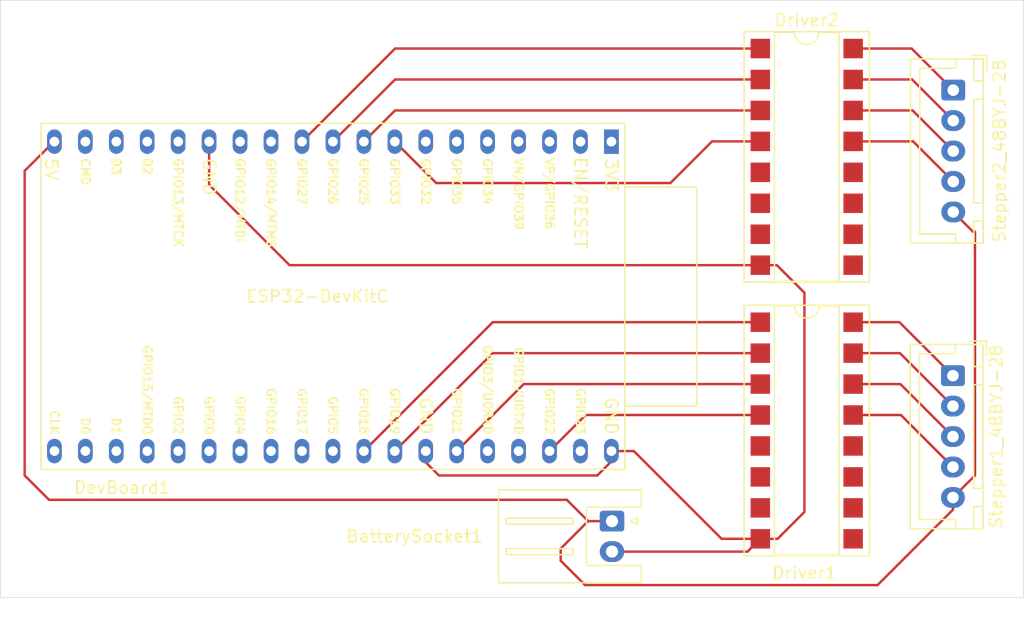
<source format=kicad_pcb>
(kicad_pcb (version 20240108) (generator "pcbnew") (generator_version "8.0")
  (layers (0 "F.Cu" signal) (31 "B.Cu" signal) (34 "B.Paste" user) (35 "F.Paste" user) (36 "B.SilkS" user "B.Silkscreen") (37 "F.SilkS" user "F.Silkscreen") (38 "B.Mask" user) (39 "F.Mask" user) (44 "Edge.Cuts" user))
  (net 0 "")
  (net 1 "GND")
  (net 2 "Net-(BatterySocket1-Pin_1)")
  (net 4 "Net-(DevBoard1-GPIO18)")
  (net 5 "Net-(DevBoard1-GPIO21)")
  (net 19 "Net-(DevBoard1-ADC2_CH7{slash}GPIO27)")
  (net 23 "Net-(DevBoard1-DAC_1{slash}ADC2_CH8{slash}GPIO25)")
  (net 30 "Net-(DevBoard1-DAC_2{slash}ADC2_CH9{slash}GPIO26)")
  (net 31 "Net-(DevBoard1-GPIO19)")
  (net 34 "Net-(Driver1-O2)")
  (net 35 "Net-(Driver1-O1)")
  (net 37 "Net-(Driver1-O3)")
  (net 39 "Net-(Driver1-O4)")
  (net 48 "Net-(Driver2-O2)")
  (net 50 "Net-(Driver2-O4)")
  (net 51 "Net-(Driver2-O1)")
  (net 55 "Net-(Driver2-O3)")
  (net 56 "Net-(DevBoard1-32K_XN{slash}GPIO33{slash}ADC1_CH5)")
  (net 58 "Net-(DevBoard1-GPIO22)")
  (footprint "Package_DIP:DIP-16_W7.62mm_SMDSocket_SmallPads" (layer "F.Cu") (at 156.19 88.85)
    (property "Reference" "Driver2" (at 0 -11.22 360) (layer "F.SilkS"))
    (property "Value" "ULN2003")
    (fp_line (start -5.14 -10.28) (end -5.14 10.28) (stroke (width 0.12)) (layer "F.SilkS"))
    (fp_line (start -5.14 10.28) (end 5.14 10.28) (stroke (width 0.12)) (layer "F.SilkS"))
    (fp_line (start -2.65 -10.22) (end -2.65 10.22) (stroke (width 0.12)) (layer "F.SilkS"))
    (fp_line (start -2.65 10.22) (end 2.65 10.22) (stroke (width 0.12)) (layer "F.SilkS"))
    (fp_line (start -1 -10.22) (end -2.65 -10.22) (stroke (width 0.12)) (layer "F.SilkS"))
    (fp_line (start 2.65 -10.22) (end 1 -10.22) (stroke (width 0.12)) (layer "F.SilkS"))
    (fp_line (start 2.65 10.22) (end 2.65 -10.22) (stroke (width 0.12)) (layer "F.SilkS"))
    (fp_line (start 5.14 -10.28) (end -5.14 -10.28) (stroke (width 0.12)) (layer "F.SilkS"))
    (fp_line (start 5.14 10.28) (end 5.14 -10.28) (stroke (width 0.12)) (layer "F.SilkS"))
    (fp_arc (start 1 -10.22) (mid 0 -9.22) (end -1 -10.22) (stroke (width 0.12)) (layer "F.SilkS"))
    (pad "1" smd rect (at -3.81 -8.89) (size 1.6 1.6) (layers "F.Cu" "F.Paste" "F.Mask") (net 19 "Net-(DevBoard1-ADC2_CH7{slash}GPIO27)"))
    (pad "2" smd rect (at -3.81 -6.35) (size 1.6 1.6) (layers "F.Cu" "F.Paste" "F.Mask") (net 30 "Net-(DevBoard1-DAC_2{slash}ADC2_CH9{slash}GPIO26)"))
    (pad "3" smd rect (at -3.81 -3.81) (size 1.6 1.6) (layers "F.Cu" "F.Paste" "F.Mask") (net 23 "Net-(DevBoard1-DAC_1{slash}ADC2_CH8{slash}GPIO25)"))
    (pad "4" smd rect (at -3.81 -1.27) (size 1.6 1.6) (layers "F.Cu" "F.Paste" "F.Mask") (net 56 "Net-(DevBoard1-32K_XN{slash}GPIO33{slash}ADC1_CH5)"))
    (pad "5" smd rect (at -3.81 1.27) (size 1.6 1.6) (layers "F.Cu" "F.Paste" "F.Mask"))
    (pad "6" smd rect (at -3.81 3.81) (size 1.6 1.6) (layers "F.Cu" "F.Paste" "F.Mask"))
    (pad "7" smd rect (at -3.81 6.35) (size 1.6 1.6) (layers "F.Cu" "F.Paste" "F.Mask"))
    (pad "8" smd rect (at -3.81 8.89) (size 1.6 1.6) (layers "F.Cu" "F.Paste" "F.Mask") (net 1 "GND"))
    (pad "9" smd rect (at 3.81 8.89) (size 1.6 1.6) (layers "F.Cu" "F.Paste" "F.Mask"))
    (pad "10" smd rect (at 3.81 6.35) (size 1.6 1.6) (layers "F.Cu" "F.Paste" "F.Mask"))
    (pad "11" smd rect (at 3.81 3.81) (size 1.6 1.6) (layers "F.Cu" "F.Paste" "F.Mask"))
    (pad "12" smd rect (at 3.81 1.27) (size 1.6 1.6) (layers "F.Cu" "F.Paste" "F.Mask"))
    (pad "13" smd rect (at 3.81 -1.27) (size 1.6 1.6) (layers "F.Cu" "F.Paste" "F.Mask") (net 50 "Net-(Driver2-O4)"))
    (pad "14" smd rect (at 3.81 -3.81) (size 1.6 1.6) (layers "F.Cu" "F.Paste" "F.Mask") (net 55 "Net-(Driver2-O3)"))
    (pad "15" smd rect (at 3.81 -6.35) (size 1.6 1.6) (layers "F.Cu" "F.Paste" "F.Mask") (net 48 "Net-(Driver2-O2)"))
    (pad "16" smd rect (at 3.81 -8.89) (size 1.6 1.6) (layers "F.Cu" "F.Paste" "F.Mask") (net 51 "Net-(Driver2-O1)"))
  )
  (footprint "Package_DIP:DIP-16_W7.62mm_SMDSocket_SmallPads" (layer "F.Cu") (at 156.19 111.31)
    (property "Reference" "Driver1" (at -0.19 11.69 360) (layer "F.SilkS"))
    (property "Value" "ULN2003")
    (fp_line (start -5.14 -10.28) (end -5.14 10.28) (stroke (width 0.12)) (layer "F.SilkS"))
    (fp_line (start -5.14 10.28) (end 5.14 10.28) (stroke (width 0.12)) (layer "F.SilkS"))
    (fp_line (start -2.65 -10.22) (end -2.65 10.22) (stroke (width 0.12)) (layer "F.SilkS"))
    (fp_line (start -2.65 10.22) (end 2.65 10.22) (stroke (width 0.12)) (layer "F.SilkS"))
    (fp_line (start -1 -10.22) (end -2.65 -10.22) (stroke (width 0.12)) (layer "F.SilkS"))
    (fp_line (start 2.65 -10.22) (end 1 -10.22) (stroke (width 0.12)) (layer "F.SilkS"))
    (fp_line (start 2.65 10.22) (end 2.65 -10.22) (stroke (width 0.12)) (layer "F.SilkS"))
    (fp_line (start 5.14 -10.28) (end -5.14 -10.28) (stroke (width 0.12)) (layer "F.SilkS"))
    (fp_line (start 5.14 10.28) (end 5.14 -10.28) (stroke (width 0.12)) (layer "F.SilkS"))
    (fp_arc (start 1 -10.22) (mid 0 -9.22) (end -1 -10.22) (stroke (width 0.12)) (layer "F.SilkS"))
    (pad "1" smd rect (at -3.81 -8.89) (size 1.6 1.6) (layers "F.Cu" "F.Paste" "F.Mask") (net 4 "Net-(DevBoard1-GPIO18)"))
    (pad "2" smd rect (at -3.81 -6.35) (size 1.6 1.6) (layers "F.Cu" "F.Paste" "F.Mask") (net 31 "Net-(DevBoard1-GPIO19)"))
    (pad "3" smd rect (at -3.81 -3.81) (size 1.6 1.6) (layers "F.Cu" "F.Paste" "F.Mask") (net 5 "Net-(DevBoard1-GPIO21)"))
    (pad "4" smd rect (at -3.81 -1.27) (size 1.6 1.6) (layers "F.Cu" "F.Paste" "F.Mask") (net 58 "Net-(DevBoard1-GPIO22)"))
    (pad "5" smd rect (at -3.81 1.27) (size 1.6 1.6) (layers "F.Cu" "F.Paste" "F.Mask"))
    (pad "6" smd rect (at -3.81 3.81) (size 1.6 1.6) (layers "F.Cu" "F.Paste" "F.Mask"))
    (pad "7" smd rect (at -3.81 6.35) (size 1.6 1.6) (layers "F.Cu" "F.Paste" "F.Mask"))
    (pad "8" smd rect (at -3.81 8.89) (size 1.6 1.6) (layers "F.Cu" "F.Paste" "F.Mask") (net 1 "GND"))
    (pad "9" smd rect (at 3.81 8.89) (size 1.6 1.6) (layers "F.Cu" "F.Paste" "F.Mask"))
    (pad "10" smd rect (at 3.81 6.35) (size 1.6 1.6) (layers "F.Cu" "F.Paste" "F.Mask"))
    (pad "11" smd rect (at 3.81 3.81) (size 1.6 1.6) (layers "F.Cu" "F.Paste" "F.Mask"))
    (pad "12" smd rect (at 3.81 1.27) (size 1.6 1.6) (layers "F.Cu" "F.Paste" "F.Mask"))
    (pad "13" smd rect (at 3.81 -1.27) (size 1.6 1.6) (layers "F.Cu" "F.Paste" "F.Mask") (net 39 "Net-(Driver1-O4)"))
    (pad "14" smd rect (at 3.81 -3.81) (size 1.6 1.6) (layers "F.Cu" "F.Paste" "F.Mask") (net 37 "Net-(Driver1-O3)"))
    (pad "15" smd rect (at 3.81 -6.35) (size 1.6 1.6) (layers "F.Cu" "F.Paste" "F.Mask") (net 34 "Net-(Driver1-O2)"))
    (pad "16" smd rect (at 3.81 -8.89) (size 1.6 1.6) (layers "F.Cu" "F.Paste" "F.Mask") (net 35 "Net-(Driver1-O1)"))
  )
  (footprint "Connector_JST:JST_XH_S2B-XH-A_1x02_P2.50mm_Horizontal" (layer "F.Cu") (at 140.20656 118.75 -90)
    (property "Reference" "BatterySocket1" (at 1.25 16.20656 0) (layer "F.SilkS"))
    (property "Value" "Conn_01x02_Socket")
    (fp_line (start -2.56 9.31) (end -2.56 -2.41) (stroke (width 0.12)) (layer "F.SilkS"))
    (fp_line (start 1.25 9.31) (end -2.56 9.31) (stroke (width 0.12)) (layer "F.SilkS"))
    (fp_line (start 1.25 9.31) (end 5.06 9.31) (stroke (width 0.12)) (layer "F.SilkS"))
    (fp_line (start 5.06 9.31) (end 5.06 -2.41) (stroke (width 0.12)) (layer "F.SilkS"))
    (fp_line (start -0.25 8.7) (end 0.25 8.7) (stroke (width 0.12)) (layer "F.SilkS"))
    (fp_line (start 0.25 8.7) (end 0.25 3.2) (stroke (width 0.12)) (layer "F.SilkS"))
    (fp_line (start 2.25 8.7) (end 2.75 8.7) (stroke (width 0.12)) (layer "F.SilkS"))
    (fp_line (start 2.75 8.7) (end 2.75 3.2) (stroke (width 0.12)) (layer "F.SilkS"))
    (fp_line (start -0.25 3.2) (end -0.25 8.7) (stroke (width 0.12)) (layer "F.SilkS"))
    (fp_line (start 0.25 3.2) (end -0.25 3.2) (stroke (width 0.12)) (layer "F.SilkS"))
    (fp_line (start 2.25 3.2) (end 2.25 8.7) (stroke (width 0.12)) (layer "F.SilkS"))
    (fp_line (start 2.75 3.2) (end 2.25 3.2) (stroke (width 0.12)) (layer "F.SilkS"))
    (fp_line (start -1.14 2.09) (end 1.25 2.09) (stroke (width 0.12)) (layer "F.SilkS"))
    (fp_line (start 3.64 2.09) (end 1.25 2.09) (stroke (width 0.12)) (layer "F.SilkS"))
    (fp_line (start 0 -1.5) (end -0.3 -2.1) (stroke (width 0.12)) (layer "F.SilkS"))
    (fp_line (start -0.3 -2.1) (end 0.3 -2.1) (stroke (width 0.12)) (layer "F.SilkS"))
    (fp_line (start 0.3 -2.1) (end 0 -1.5) (stroke (width 0.12)) (layer "F.SilkS"))
    (fp_line (start -2.56 -2.41) (end -1.14 -2.41) (stroke (width 0.12)) (layer "F.SilkS"))
    (fp_line (start -1.14 -2.41) (end -1.14 2.09) (stroke (width 0.12)) (layer "F.SilkS"))
    (fp_line (start 3.64 -2.41) (end 3.64 2.09) (stroke (width 0.12)) (layer "F.SilkS"))
    (fp_line (start 5.06 -2.41) (end 3.64 -2.41) (stroke (width 0.12)) (layer "F.SilkS"))
    (pad "1" thru_hole roundrect (at 0 0 270) (size 1.7 2) (drill 1) (layers "*.Cu" "*.Mask") (roundrect_rratio 0.147059) (net 2 "Net-(BatterySocket1-Pin_1)"))
    (pad "2" thru_hole oval (at 2.5 0 270) (size 1.7 2) (drill 1) (layers "*.Cu" "*.Mask") (net 1 "GND"))
  )
  (footprint "PCM_Espressif:ESP32-DevKitC" (layer "F.Cu") (at 140.16 87.6 -90)
    (property "Reference" "DevBoard1" (at 28.4 40.16 0) (layer "F.SilkS"))
    (property "Value" "ESP32-DevKitC" (at 12.7 24.13 180) (layer "F.SilkS"))
    (fp_line (start -1.5 46.82) (end 26.899999 46.82) (stroke (width 0.12)) (layer "F.SilkS"))
    (fp_line (start 26.899999 46.82) (end 26.9 -1.1) (stroke (width 0.12)) (layer "F.SilkS"))
    (fp_line (start -1.499999 -1.1) (end -1.5 46.82) (stroke (width 0.12)) (layer "F.SilkS"))
    (fp_line (start 26.9 -1.1) (end -1.499999 -1.1) (stroke (width 0.12)) (layer "F.SilkS"))
    (fp_line (start 3.73012 -1.12032) (end 3.73012 -7.01312) (stroke (width 0.12)) (layer "F.SilkS"))
    (fp_line (start 3.73012 -7.01312) (end 21.71332 -7.01312) (stroke (width 0.12)) (layer "F.SilkS"))
    (fp_line (start 21.71332 -7.01312) (end 21.71332 -1.12032) (stroke (width 0.12)) (layer "F.SilkS"))
    (fp_text user "D2" (at 1.27 38.1 -90) (layer "F.SilkS") (effects (font (size 0.7 0.7)) (justify left)))
    (fp_text user "GPIO1/U0TXD" (at 24.13 7.62 -90) (layer "F.SilkS") (effects (font (size 0.7 0.7)) (justify right)))
    (fp_text user "GPIO17" (at 24.13 25.4 -90) (layer "F.SilkS") (effects (font (size 0.7 0.7)) (justify right)))
    (fp_text user "GPIO32" (at 1.27 15.24 -90) (layer "F.SilkS") (effects (font (size 0.7 0.7)) (justify left)))
    (fp_text user "GPIO27" (at 1.27 25.4 -90) (layer "F.SilkS") (effects (font (size 0.7 0.7)) (justify left)))
    (fp_text user "GND" (at 24.13 15.24 -90) (layer "F.SilkS") (effects (justify right)))
    (fp_text user "GPIO18" (at 24.13 20.32 -90) (layer "F.SilkS") (effects (font (size 0.7 0.7)) (justify right)))
    (fp_text user "GPIO5" (at 24.13 22.86 -90) (layer "F.SilkS") (effects (font (size 0.7 0.7)) (justify right)))
    (fp_text user "GPIO0" (at 24.13 33.02 -90) (layer "F.SilkS") (effects (font (size 0.7 0.7)) (justify right)))
    (fp_text user "GPIO23" (at 24.13 2.54 -90) (layer "F.SilkS") (effects (font (size 0.7 0.7)) (justify right)))
    (fp_text user "GPIO2" (at 24.13 35.56 -90) (layer "F.SilkS") (effects (font (size 0.7 0.7)) (justify right)))
    (fp_text user "GPIO25" (at 1.27 20.32 -90) (layer "F.SilkS") (effects (font (size 0.7 0.7)) (justify left)))
    (fp_text user "GPIO14/MTMS" (at 1.27 27.94 -90) (layer "F.SilkS") (effects (font (size 0.7 0.7)) (justify left)))
    (fp_text user "GPIO4" (at 24.13 30.48 -90) (layer "F.SilkS") (effects (font (size 0.7 0.7)) (justify right)))
    (fp_text user "GPIO22" (at 24.13 5.08 -90) (layer "F.SilkS") (effects (font (size 0.7 0.7)) (justify right)))
    (fp_text user "VN/GPIO39" (at 1.27 7.62 -90) (layer "F.SilkS") (effects (font (size 0.7 0.7)) (justify left)))
    (fp_text user "GPIO16" (at 24.13 27.94 -90) (layer "F.SilkS") (effects (font (size 0.7 0.7)) (justify right)))
    (fp_text user "GPIO33" (at 1.27 17.78 -90) (layer "F.SilkS") (effects (font (size 0.7 0.7)) (justify left)))
    (fp_text user "GPIO15/MTDO" (at 24.13 38.1 -90) (layer "F.SilkS") (effects (font (size 0.7 0.7)) (justify right)))
    (fp_text user "GPIO21" (at 24.13 12.7 -90) (layer "F.SilkS") (effects (font (size 0.7 0.7)) (justify right)))
    (fp_text user "GPIO35" (at 1.27 12.7 -90) (layer "F.SilkS") (effects (font (size 0.7 0.7)) (justify left)))
    (fp_text user "GPIO3/U0RXD" (at 24.13 10.16 -90) (layer "F.SilkS") (effects (font (size 0.7 0.7)) (justify right)))
    (fp_text user "D3" (at 1.27 40.64 -90) (layer "F.SilkS") (effects (font (size 0.7 0.7)) (justify left)))
    (fp_text user "VP/GPIO36" (at 1.27 5.08 -90) (layer "F.SilkS") (effects (font (size 0.7 0.7)) (justify left)))
    (fp_text user "5V" (at 1.26632 45.97128 -90) (layer "F.SilkS") (effects (justify left)))
    (fp_text user "D1" (at 24.13 40.64 -90) (layer "F.SilkS") (effects (font (size 0.7 0.7)) (justify right)))
    (fp_text user "GPIO34" (at 1.27 10.16 -90) (layer "F.SilkS") (effects (font (size 0.7 0.7)) (justify left)))
    (fp_text user "GPIO26" (at 1.27 22.86 -90) (layer "F.SilkS") (effects (font (size 0.7 0.7)) (justify left)))
    (fp_text user "CLK" (at 24.13 45.72 -90) (layer "F.SilkS") (effects (font (size 0.7 0.7)) (justify right)))
    (fp_text user "GPIO13/MTCK" (at 1.27 35.56 -90) (layer "F.SilkS") (effects (font (size 0.7 0.7)) (justify left)))
    (fp_text user "3V3" (at 1.27 0 -90) (layer "F.SilkS") (effects (justify left)))
    (fp_text user "D0" (at 24.13 43.18 -90) (layer "F.SilkS") (effects (font (size 0.7 0.7)) (justify right)))
    (fp_text user "GND" (at 1.27 33.02 -90) (layer "F.SilkS") (effects (justify left)))
    (fp_text user "GND" (at 24.13 0 -90) (layer "F.SilkS") (effects (justify right)))
    (fp_text user "GPIO12/MTDI" (at 1.27 30.48 -90) (layer "F.SilkS") (effects (font (size 0.7 0.7)) (justify left)))
    (fp_text user "GPIO19" (at 24.13 17.78 -90) (layer "F.SilkS") (effects (font (size 0.7 0.7)) (justify right)))
    (fp_text user "EN/RESET" (at 8.88632 2.53728 -90) (layer "F.SilkS") (effects (justify right)))
    (fp_text user "CMD" (at 1.27 43.18 -90) (layer "F.SilkS") (effects (font (size 0.7 0.7)) (justify left)))
    (pad "1" thru_hole rect (at 0 0 180) (size 1.2 2) (drill 0.8) (layers "*.Cu" "*.Mask"))
    (pad "2" thru_hole oval (at 0 2.54 180) (size 1.2 2) (drill 0.8) (layers "*.Cu" "*.Mask"))
    (pad "3" thru_hole oval (at 0 5.08 180) (size 1.2 2) (drill 0.8) (layers "*.Cu" "*.Mask"))
    (pad "4" thru_hole oval (at 0 7.62 180) (size 1.2 2) (drill 0.8) (layers "*.Cu" "*.Mask"))
    (pad "5" thru_hole oval (at 0 10.16 180) (size 1.2 2) (drill 0.8) (layers "*.Cu" "*.Mask"))
    (pad "6" thru_hole oval (at 0 12.7 180) (size 1.2 2) (drill 0.8) (layers "*.Cu" "*.Mask"))
    (pad "7" thru_hole oval (at 0 15.24 180) (size 1.2 2) (drill 0.8) (layers "*.Cu" "*.Mask"))
    (pad "8" thru_hole oval (at 0 17.78 180) (size 1.2 2) (drill 0.8) (layers "*.Cu" "*.Mask") (net 56 "Net-(DevBoard1-32K_XN{slash}GPIO33{slash}ADC1_CH5)"))
    (pad "9" thru_hole oval (at 0 20.32 180) (size 1.2 2) (drill 0.8) (layers "*.Cu" "*.Mask") (net 23 "Net-(DevBoard1-DAC_1{slash}ADC2_CH8{slash}GPIO25)"))
    (pad "10" thru_hole oval (at 0 22.86 180) (size 1.2 2) (drill 0.8) (layers "*.Cu" "*.Mask") (net 30 "Net-(DevBoard1-DAC_2{slash}ADC2_CH9{slash}GPIO26)"))
    (pad "11" thru_hole oval (at 0 25.4 180) (size 1.2 2) (drill 0.8) (layers "*.Cu" "*.Mask") (net 19 "Net-(DevBoard1-ADC2_CH7{slash}GPIO27)"))
    (pad "12" thru_hole oval (at 0 27.94 180) (size 1.2 2) (drill 0.8) (layers "*.Cu" "*.Mask"))
    (pad "13" thru_hole oval (at 0 30.48 180) (size 1.2 2) (drill 0.8) (layers "*.Cu" "*.Mask"))
    (pad "14" thru_hole oval (at 0 33.02 180) (size 1.2 2) (drill 0.8) (layers "*.Cu" "*.Mask") (net 1 "GND"))
    (pad "15" thru_hole oval (at 0 35.56 180) (size 1.2 2) (drill 0.8) (layers "*.Cu" "*.Mask"))
    (pad "16" thru_hole oval (at 0 38.1 180) (size 1.2 2) (drill 0.8) (layers "*.Cu" "*.Mask"))
    (pad "17" thru_hole oval (at 0 40.64 180) (size 1.2 2) (drill 0.8) (layers "*.Cu" "*.Mask"))
    (pad "18" thru_hole oval (at 0 43.18 180) (size 1.2 2) (drill 0.8) (layers "*.Cu" "*.Mask"))
    (pad "19" thru_hole oval (at 0 45.72 180) (size 1.2 2) (drill 0.8) (layers "*.Cu" "*.Mask") (net 2 "Net-(BatterySocket1-Pin_1)"))
    (pad "20" thru_hole oval (at 25.39632 45.71728 180) (size 1.2 2) (drill 0.8) (layers "*.Cu" "*.Mask"))
    (pad "21" thru_hole oval (at 25.39632 43.17728 180) (size 1.2 2) (drill 0.8) (layers "*.Cu" "*.Mask"))
    (pad "22" thru_hole oval (at 25.4 40.64 180) (size 1.2 2) (drill 0.8) (layers "*.Cu" "*.Mask"))
    (pad "23" thru_hole oval (at 25.4 38.1 180) (size 1.2 2) (drill 0.8) (layers "*.Cu" "*.Mask"))
    (pad "24" thru_hole oval (at 25.4 35.56 180) (size 1.2 2) (drill 0.8) (layers "*.Cu" "*.Mask"))
    (pad "25" thru_hole oval (at 25.4 33.02 180) (size 1.2 2) (drill 0.8) (layers "*.Cu" "*.Mask"))
    (pad "26" thru_hole oval (at 25.4 30.48 180) (size 1.2 2) (drill 0.8) (layers "*.Cu" "*.Mask"))
    (pad "27" thru_hole oval (at 25.4 27.94 180) (size 1.2 2) (drill 0.8) (layers "*.Cu" "*.Mask"))
    (pad "28" thru_hole oval (at 25.4 25.4 180) (size 1.2 2) (drill 0.8) (layers "*.Cu" "*.Mask"))
    (pad "29" thru_hole oval (at 25.4 22.86 180) (size 1.2 2) (drill 0.8) (layers "*.Cu" "*.Mask"))
    (pad "30" thru_hole oval (at 25.4 20.32 180) (size 1.2 2) (drill 0.8) (layers "*.Cu" "*.Mask") (net 4 "Net-(DevBoard1-GPIO18)"))
    (pad "31" thru_hole oval (at 25.4 17.78 180) (size 1.2 2) (drill 0.8) (layers "*.Cu" "*.Mask") (net 31 "Net-(DevBoard1-GPIO19)"))
    (pad "32" thru_hole oval (at 25.4 15.24 180) (size 1.2 2) (drill 0.8) (layers "*.Cu" "*.Mask") (net 1 "GND"))
    (pad "33" thru_hole oval (at 25.4 12.7 180) (size 1.2 2) (drill 0.8) (layers "*.Cu" "*.Mask") (net 5 "Net-(DevBoard1-GPIO21)"))
    (pad "34" thru_hole oval (at 25.4 10.16 180) (size 1.2 2) (drill 0.8) (layers "*.Cu" "*.Mask"))
    (pad "35" thru_hole oval (at 25.4 7.62 180) (size 1.2 2) (drill 0.8) (layers "*.Cu" "*.Mask"))
    (pad "36" thru_hole oval (at 25.4 5.08 180) (size 1.2 2) (drill 0.8) (layers "*.Cu" "*.Mask") (net 58 "Net-(DevBoard1-GPIO22)"))
    (pad "37" thru_hole oval (at 25.4 2.54 180) (size 1.2 2) (drill 0.8) (layers "*.Cu" "*.Mask"))
    (pad "38" thru_hole oval (at 25.4 0 180) (size 1.2 2) (drill 0.8) (layers "*.Cu" "*.Mask") (net 1 "GND"))
  )
  (footprint "Connector_JST:JST_XH_B5B-XH-A_1x05_P2.50mm_Vertical" (layer "F.Cu") (at 168.19 106.81 -90)
    (property "Reference" "Stepper1_48BYJ-28" (at 5 -3.55 90) (layer "F.SilkS"))
    (property "Value" "Conn_01x05_Socket")
    (fp_line (start -2.56 3.51) (end 12.56 3.51) (stroke (width 0.12)) (layer "F.SilkS"))
    (fp_line (start 12.56 3.51) (end 12.56 -2.46) (stroke (width 0.12)) (layer "F.SilkS"))
    (fp_line (start -1.8 2.75) (end 5 2.75) (stroke (width 0.12)) (layer "F.SilkS"))
    (fp_line (start 11.8 2.75) (end 5 2.75) (stroke (width 0.12)) (layer "F.SilkS"))
    (fp_line (start -2.55 -0.2) (end -1.8 -0.2) (stroke (width 0.12)) (layer "F.SilkS"))
    (fp_line (start -1.8 -0.2) (end -1.8 2.75) (stroke (width 0.12)) (layer "F.SilkS"))
    (fp_line (start 11.8 -0.2) (end 11.8 2.75) (stroke (width 0.12)) (layer "F.SilkS"))
    (fp_line (start 12.55 -0.2) (end 11.8 -0.2) (stroke (width 0.12)) (layer "F.SilkS"))
    (fp_line (start -2.55 -1.7) (end -0.75 -1.7) (stroke (width 0.12)) (layer "F.SilkS"))
    (fp_line (start -0.75 -1.7) (end -0.75 -2.45) (stroke (width 0.12)) (layer "F.SilkS"))
    (fp_line (start 0.75 -1.7) (end 9.25 -1.7) (stroke (width 0.12)) (layer "F.SilkS"))
    (fp_line (start 9.25 -1.7) (end 9.25 -2.45) (stroke (width 0.12)) (layer "F.SilkS"))
    (fp_line (start 10.75 -1.7) (end 12.55 -1.7) (stroke (width 0.12)) (layer "F.SilkS"))
    (fp_line (start 12.55 -1.7) (end 12.55 -2.45) (stroke (width 0.12)) (layer "F.SilkS"))
    (fp_line (start -2.55 -2.45) (end -2.55 -1.7) (stroke (width 0.12)) (layer "F.SilkS"))
    (fp_line (start -0.75 -2.45) (end -2.55 -2.45) (stroke (width 0.12)) (layer "F.SilkS"))
    (fp_line (start 0.75 -2.45) (end 0.75 -1.7) (stroke (width 0.12)) (layer "F.SilkS"))
    (fp_line (start 9.25 -2.45) (end 0.75 -2.45) (stroke (width 0.12)) (layer "F.SilkS"))
    (fp_line (start 10.75 -2.45) (end 10.75 -1.7) (stroke (width 0.12)) (layer "F.SilkS"))
    (fp_line (start 12.55 -2.45) (end 10.75 -2.45) (stroke (width 0.12)) (layer "F.SilkS"))
    (fp_line (start -2.56 -2.46) (end -2.56 3.51) (stroke (width 0.12)) (layer "F.SilkS"))
    (fp_line (start 12.56 -2.46) (end -2.56 -2.46) (stroke (width 0.12)) (layer "F.SilkS"))
    (fp_line (start -2.85 -2.75) (end -2.85 -1.5) (stroke (width 0.12)) (layer "F.SilkS"))
    (fp_line (start -1.6 -2.75) (end -2.85 -2.75) (stroke (width 0.12)) (layer "F.SilkS"))
    (pad "1" thru_hole roundrect (at 0 0 270) (size 1.7 1.95) (drill 0.95) (layers "*.Cu" "*.Mask") (roundrect_rratio 0.147059) (net 35 "Net-(Driver1-O1)"))
    (pad "2" thru_hole oval (at 2.5 0 270) (size 1.7 1.95) (drill 0.95) (layers "*.Cu" "*.Mask") (net 34 "Net-(Driver1-O2)"))
    (pad "3" thru_hole oval (at 5 0 270) (size 1.7 1.95) (drill 0.95) (layers "*.Cu" "*.Mask") (net 37 "Net-(Driver1-O3)"))
    (pad "4" thru_hole oval (at 7.5 0 270) (size 1.7 1.95) (drill 0.95) (layers "*.Cu" "*.Mask") (net 39 "Net-(Driver1-O4)"))
    (pad "5" thru_hole oval (at 10 0 270) (size 1.7 1.95) (drill 0.95) (layers "*.Cu" "*.Mask") (net 2 "Net-(BatterySocket1-Pin_1)"))
  )
  (footprint "Connector_JST:JST_XH_B5B-XH-A_1x05_P2.50mm_Vertical" (layer "F.Cu") (at 168.215 83.375 -90)
    (property "Reference" "Stepper2_48BYJ-28" (at 5 -3.785 90) (layer "F.SilkS"))
    (property "Value" "Conn_01x05_Socket")
    (fp_line (start -2.56 3.51) (end 12.56 3.51) (stroke (width 0.12)) (layer "F.SilkS"))
    (fp_line (start 12.56 3.51) (end 12.56 -2.46) (stroke (width 0.12)) (layer "F.SilkS"))
    (fp_line (start -1.8 2.75) (end 5 2.75) (stroke (width 0.12)) (layer "F.SilkS"))
    (fp_line (start 11.8 2.75) (end 5 2.75) (stroke (width 0.12)) (layer "F.SilkS"))
    (fp_line (start -2.55 -0.2) (end -1.8 -0.2) (stroke (width 0.12)) (layer "F.SilkS"))
    (fp_line (start -1.8 -0.2) (end -1.8 2.75) (stroke (width 0.12)) (layer "F.SilkS"))
    (fp_line (start 11.8 -0.2) (end 11.8 2.75) (stroke (width 0.12)) (layer "F.SilkS"))
    (fp_line (start 12.55 -0.2) (end 11.8 -0.2) (stroke (width 0.12)) (layer "F.SilkS"))
    (fp_line (start -2.55 -1.7) (end -0.75 -1.7) (stroke (width 0.12)) (layer "F.SilkS"))
    (fp_line (start -0.75 -1.7) (end -0.75 -2.45) (stroke (width 0.12)) (layer "F.SilkS"))
    (fp_line (start 0.75 -1.7) (end 9.25 -1.7) (stroke (width 0.12)) (layer "F.SilkS"))
    (fp_line (start 9.25 -1.7) (end 9.25 -2.45) (stroke (width 0.12)) (layer "F.SilkS"))
    (fp_line (start 10.75 -1.7) (end 12.55 -1.7) (stroke (width 0.12)) (layer "F.SilkS"))
    (fp_line (start 12.55 -1.7) (end 12.55 -2.45) (stroke (width 0.12)) (layer "F.SilkS"))
    (fp_line (start -2.55 -2.45) (end -2.55 -1.7) (stroke (width 0.12)) (layer "F.SilkS"))
    (fp_line (start -0.75 -2.45) (end -2.55 -2.45) (stroke (width 0.12)) (layer "F.SilkS"))
    (fp_line (start 0.75 -2.45) (end 0.75 -1.7) (stroke (width 0.12)) (layer "F.SilkS"))
    (fp_line (start 9.25 -2.45) (end 0.75 -2.45) (stroke (width 0.12)) (layer "F.SilkS"))
    (fp_line (start 10.75 -2.45) (end 10.75 -1.7) (stroke (width 0.12)) (layer "F.SilkS"))
    (fp_line (start 12.55 -2.45) (end 10.75 -2.45) (stroke (width 0.12)) (layer "F.SilkS"))
    (fp_line (start -2.56 -2.46) (end -2.56 3.51) (stroke (width 0.12)) (layer "F.SilkS"))
    (fp_line (start 12.56 -2.46) (end -2.56 -2.46) (stroke (width 0.12)) (layer "F.SilkS"))
    (fp_line (start -2.85 -2.75) (end -2.85 -1.5) (stroke (width 0.12)) (layer "F.SilkS"))
    (fp_line (start -1.6 -2.75) (end -2.85 -2.75) (stroke (width 0.12)) (layer "F.SilkS"))
    (pad "1" thru_hole roundrect (at 0 0 270) (size 1.7 1.95) (drill 0.95) (layers "*.Cu" "*.Mask") (roundrect_rratio 0.147059) (net 51 "Net-(Driver2-O1)"))
    (pad "2" thru_hole oval (at 2.5 0 270) (size 1.7 1.95) (drill 0.95) (layers "*.Cu" "*.Mask") (net 48 "Net-(Driver2-O2)"))
    (pad "3" thru_hole oval (at 5 0 270) (size 1.7 1.95) (drill 0.95) (layers "*.Cu" "*.Mask") (net 55 "Net-(Driver2-O3)"))
    (pad "4" thru_hole oval (at 7.5 0 270) (size 1.7 1.95) (drill 0.95) (layers "*.Cu" "*.Mask") (net 50 "Net-(Driver2-O4)"))
    (pad "5" thru_hole oval (at 10 0 270) (size 1.7 1.95) (drill 0.95) (layers "*.Cu" "*.Mask") (net 2 "Net-(BatterySocket1-Pin_1)"))
  )
  (gr_rect (start 90 76) (end 174 125) (stroke (width 0.05)) (fill none) (layer "Edge.Cuts"))
  (segment (start 152.38 97.74) (end 153.74 97.74) (width 0.2) (layer "F.Cu") (net 1))
  (segment (start 139 115) (end 126 115) (width 0.2) (layer "F.Cu") (net 1))
  (segment (start 140.16 113.84) (end 139 115) (width 0.2) (layer "F.Cu") (net 1))
  (segment (start 142 113) (end 140.16 113) (width 0.2) (layer "F.Cu") (net 1))
  (segment (start 153.8 120.2) (end 152.38 120.2) (width 0.2) (layer "F.Cu") (net 1))
  (segment (start 140.20656 121.25) (end 151.33 121.25) (width 0.2) (layer "F.Cu") (net 1))
  (segment (start 152.38 120.2) (end 149.2 120.2) (width 0.2) (layer "F.Cu") (net 1))
  (segment (start 153.74 97.74) (end 156 100) (width 0.2) (layer "F.Cu") (net 1))
  (segment (start 107.14 91.14) (end 107.14 87.6) (width 0.2) (layer "F.Cu") (net 1))
  (segment (start 156 118) (end 153.8 120.2) (width 0.2) (layer "F.Cu") (net 1))
  (segment (start 113.74 97.74) (end 107.14 91.14) (width 0.2) (layer "F.Cu") (net 1))
  (segment (start 152.38 97.74) (end 113.74 97.74) (width 0.2) (layer "F.Cu") (net 1))
  (segment (start 124.92 113.92) (end 124.92 113) (width 0.2) (layer "F.Cu") (net 1))
  (segment (start 140.16 113) (end 140.16 113.84) (width 0.2) (layer "F.Cu") (net 1))
  (segment (start 151.33 121.25) (end 152.38 120.2) (width 0.2) (layer "F.Cu") (net 1))
  (segment (start 156 100) (end 156 118) (width 0.2) (layer "F.Cu") (net 1))
  (segment (start 126 115) (end 124.92 113.92) (width 0.2) (layer "F.Cu") (net 1))
  (segment (start 149.2 120.2) (end 142 113) (width 0.2) (layer "F.Cu") (net 1))
  (segment (start 168.215 93.375) (end 169.84 95) (width 0.2) (layer "F.Cu") (net 2))
  (segment (start 138.25 118.75) (end 136.5 117) (width 0.2) (layer "F.Cu") (net 2))
  (segment (start 138 124) (end 162 124) (width 0.2) (layer "F.Cu") (net 2))
  (segment (start 92 115) (end 92 90) (width 0.2) (layer "F.Cu") (net 2))
  (segment (start 169.84 95) (end 170 95) (width 0.2) (layer "F.Cu") (net 2))
  (segment (start 140.20656 118.75) (end 138.25 118.75) (width 0.2) (layer "F.Cu") (net 2))
  (segment (start 168.19 117.81) (end 168.19 116.81) (width 0.2) (layer "F.Cu") (net 2))
  (segment (start 138.25 118.75) (end 136 121) (width 0.2) (layer "F.Cu") (net 2))
  (segment (start 94 117) (end 92 115) (width 0.2) (layer "F.Cu") (net 2))
  (segment (start 136 121) (end 136 122) (width 0.2) (layer "F.Cu") (net 2))
  (segment (start 162 124) (end 168.19 117.81) (width 0.2) (layer "F.Cu") (net 2))
  (segment (start 94.4 87.6) (end 94.44 87.6) (width 0.2) (layer "F.Cu") (net 2))
  (segment (start 136.5 117) (end 94 117) (width 0.2) (layer "F.Cu") (net 2))
  (segment (start 170 95) (end 170 115) (width 0.2) (layer "F.Cu") (net 2))
  (segment (start 136 122) (end 138 124) (width 0.2) (layer "F.Cu") (net 2))
  (segment (start 170 115) (end 168.19 116.81) (width 0.2) (layer "F.Cu") (net 2))
  (segment (start 92 90) (end 94.4 87.6) (width 0.2) (layer "F.Cu") (net 2))
  (segment (start 130.42 102.42) (end 119.84 113) (width 0.2) (layer "F.Cu") (net 4))
  (segment (start 152.38 102.42) (end 130.42 102.42) (width 0.2) (layer "F.Cu") (net 4))
  (segment (start 152.38 107.5) (end 132.96 107.5) (width 0.2) (layer "F.Cu") (net 5))
  (segment (start 132.96 107.5) (end 127.46 113) (width 0.2) (layer "F.Cu") (net 5))
  (segment (start 122.4 79.96) (end 114.76 87.6) (width 0.2) (layer "F.Cu") (net 19))
  (segment (start 152.38 79.96) (end 122.4 79.96) (width 0.2) (layer "F.Cu") (net 19))
  (segment (start 122.4 85.04) (end 119.84 87.6) (width 0.2) (layer "F.Cu") (net 23))
  (segment (start 152.38 85.04) (end 122.4 85.04) (width 0.2) (layer "F.Cu") (net 23))
  (segment (start 122.4 82.5) (end 117.3 87.6) (width 0.2) (layer "F.Cu") (net 30))
  (segment (start 152.38 82.5) (end 122.4 82.5) (width 0.2) (layer "F.Cu") (net 30))
  (segment (start 130.42 104.96) (end 122.38 113) (width 0.2) (layer "F.Cu") (net 31))
  (segment (start 152.38 104.96) (end 130.42 104.96) (width 0.2) (layer "F.Cu") (net 31))
  (segment (start 160 104.96) (end 163.84 104.96) (width 0.2) (layer "F.Cu") (net 34))
  (segment (start 163.84 104.96) (end 168.19 109.31) (width 0.2) (layer "F.Cu") (net 34))
  (segment (start 160 102.42) (end 163.8 102.42) (width 0.2) (layer "F.Cu") (net 35))
  (segment (start 163.8 102.42) (end 168.19 106.81) (width 0.2) (layer "F.Cu") (net 35))
  (segment (start 160 107.5) (end 163.88 107.5) (width 0.2) (layer "F.Cu") (net 37))
  (segment (start 163.88 107.5) (end 168.19 111.81) (width 0.2) (layer "F.Cu") (net 37))
  (segment (start 163.92 110.04) (end 168.19 114.31) (width 0.2) (layer "F.Cu") (net 39))
  (segment (start 160 110.04) (end 163.92 110.04) (width 0.2) (layer "F.Cu") (net 39))
  (segment (start 164.84 82.5) (end 168.215 85.875) (width 0.2) (layer "F.Cu") (net 48))
  (segment (start 160 82.5) (end 164.84 82.5) (width 0.2) (layer "F.Cu") (net 48))
  (segment (start 160 87.58) (end 164.92 87.58) (width 0.2) (layer "F.Cu") (net 50))
  (segment (start 164.92 87.58) (end 168.215 90.875) (width 0.2) (layer "F.Cu") (net 50))
  (segment (start 160 79.96) (end 164.8 79.96) (width 0.2) (layer "F.Cu") (net 51))
  (segment (start 164.8 79.96) (end 168.215 83.375) (width 0.2) (layer "F.Cu") (net 51))
  (segment (start 160 85.04) (end 164.88 85.04) (width 0.2) (layer "F.Cu") (net 55))
  (segment (start 164.88 85.04) (end 168.215 88.375) (width 0.2) (layer "F.Cu") (net 55))
  (segment (start 125.78 91) (end 122.38 87.6) (width 0.2) (layer "F.Cu") (net 56))
  (segment (start 145 91) (end 125.78 91) (width 0.2) (layer "F.Cu") (net 56))
  (segment (start 148.42 87.58) (end 145 91) (width 0.2) (layer "F.Cu") (net 56))
  (segment (start 152.38 87.58) (end 148.42 87.58) (width 0.2) (layer "F.Cu") (net 56))
  (segment (start 138.04 110.04) (end 135.08 113) (width 0.2) (layer "F.Cu") (net 58))
  (segment (start 152.38 110.04) (end 138.04 110.04) (width 0.2) (layer "F.Cu") (net 58))
)
</source>
